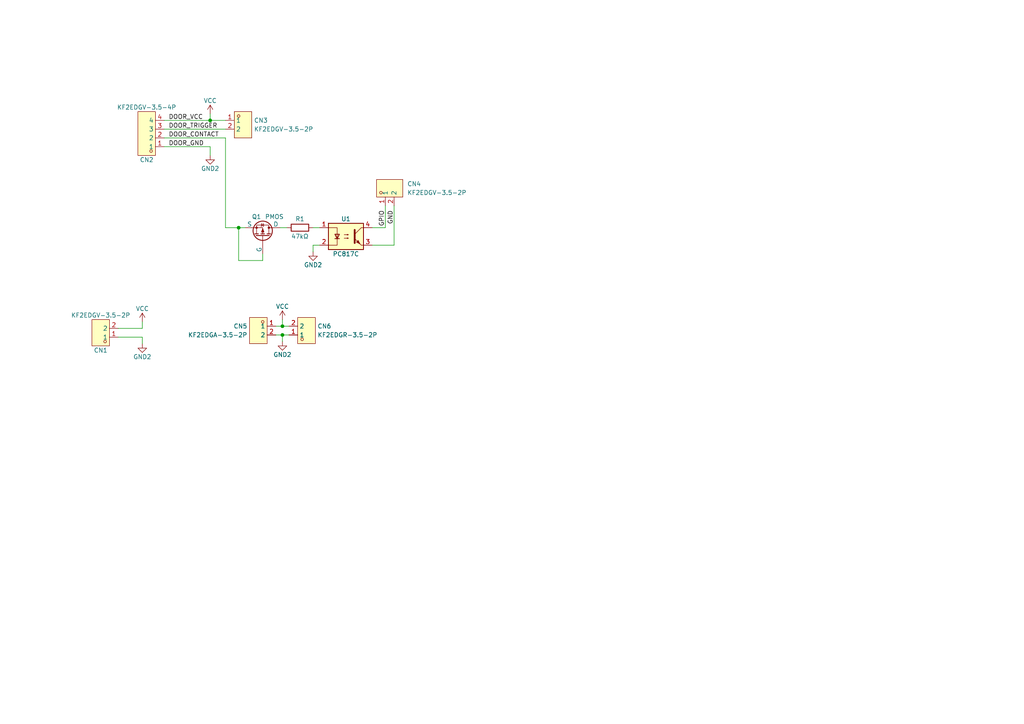
<source format=kicad_sch>
(kicad_sch (version 20230121) (generator eeschema)
  (paper "A4")
  (lib_symbols
    (symbol "Device:R" (pin_numbers hide) (pin_names (offset 0))
      (property "Reference" "R" (at 2.032 0 90))
      (property "Value" "R" (at 0 0 90))
      (symbol "R_0_1"
        (rectangle (start -1.016 -2.54) (end 1.016 2.54) (stroke (width 0.254)))
      )
      (symbol "R_1_1"
        (pin passive line (at 0 3.81 270) (length 1.27) (name "~") (number "1"))
        (pin passive line (at 0 -3.81 90) (length 1.27) (name "~") (number "2"))
      )
    )
    (symbol "Simulation_SPICE:PMOS" (pin_numbers hide) (pin_names (offset 0))
      (property "Reference" "Q" (at 5.08 1.27 0))
      (property "Value" "PMOS" (at 5.08 -1.27 0))
      (symbol "PMOS_0_1"
        (polyline (pts (xy 0.254 0) (xy -2.54 0)))
        (polyline (pts (xy 0.254 1.905) (xy 0.254 -1.905)) (stroke (width 0.254)))
        (polyline (pts (xy 0.762 -1.27) (xy 0.762 -2.286)) (stroke (width 0.254)))
        (polyline (pts (xy 0.762 0.508) (xy 0.762 -0.508)) (stroke (width 0.254)))
        (polyline (pts (xy 0.762 2.286) (xy 0.762 1.27)) (stroke (width 0.254)))
        (polyline (pts (xy 2.54 2.54) (xy 2.54 1.778)))
        (polyline (pts (xy 2.54 -2.54) (xy 2.54 0) (xy 0.762 0)))
        (polyline (pts (xy 0.762 1.778) (xy 3.302 1.778) (xy 3.302 -1.778) (xy 0.762 -1.778)))
        (polyline (pts (xy 2.286 0) (xy 1.27 0.381) (xy 1.27 -0.381) (xy 2.286 0)) (fill (type outline)))
        (polyline (pts (xy 2.794 -0.508) (xy 2.921 -0.381) (xy 3.683 -0.381) (xy 3.81 -0.254)))
        (polyline (pts (xy 3.302 -0.381) (xy 2.921 0.254) (xy 3.683 0.254) (xy 3.302 -0.381)))
        (circle (center 1.651 0) (radius 2.794) (stroke (width 0.254)))
        (circle (center 2.54 -1.778) (radius 0.254) (fill (type outline)))
        (circle (center 2.54 1.778) (radius 0.254) (fill (type outline)))
      )
      (symbol "PMOS_1_1"
        (pin passive line (at 2.54 5.08 270) (length 2.54) (name "D") (number "1"))
        (pin input line (at -5.08 0 0) (length 2.54) (name "G") (number "2"))
        (pin passive line (at 2.54 -5.08 90) (length 2.54) (name "S") (number "3"))
      )
    )
    (symbol "easyeda2kicad:KF2EDGR-3.5-2P"
      (property "Reference" "CN" (at 0 6.35 0))
      (property "Value" "KF2EDGR-3.5-2P" (at 0 -6.35 0))
      (symbol "KF2EDGR-3.5-2P_0_1"
        (rectangle (start -2.54 3.81) (end 2.54 -3.81) (fill (type background)))
        (circle (center -1.27 2.54) (radius 0.38))
        (pin unspecified line (at -5.08 1.27 0) (length 2.54) (name "1") (number "1"))
        (pin unspecified line (at -5.08 -1.27 0) (length 2.54) (name "2") (number "2"))
      )
    )
    (symbol "easyeda2kicad:KF2EDGV-3.5-2P"
      (property "Reference" "CN" (at 0 6.35 0))
      (property "Value" "KF2EDGV-3.5-2P" (at 0 -6.35 0))
      (symbol "KF2EDGV-3.5-2P_0_1"
        (rectangle (start -2.54 3.81) (end 2.54 -3.81) (fill (type background)))
        (circle (center -1.27 2.54) (radius 0.38))
      )
      (symbol "KF2EDGV-3.5-2P_1_1"
        (pin passive line (at -5.08 1.27 0) (length 2.54) (name "1") (number "1"))
        (pin passive line (at -5.08 -1.27 0) (length 2.54) (name "2") (number "2"))
      )
    )
    (symbol "easyeda2kicad:KF2EDGV-3.5-4P"
      (property "Reference" "CN" (at 0 8.89 0))
      (property "Value" "KF2EDGV-3.5-4P" (at 0 -8.89 0))
      (symbol "KF2EDGV-3.5-4P_0_1"
        (rectangle (start -2.54 6.35) (end 2.54 -6.35) (fill (type background)))
        (circle (center -1.27 5.08) (radius 0.38))
      )
      (symbol "KF2EDGV-3.5-4P_1_1"
        (pin passive line (at -5.08 3.81 0) (length 2.54) (name "1") (number "1"))
        (pin passive line (at -5.08 1.27 0) (length 2.54) (name "2") (number "2"))
        (pin passive line (at -5.08 -1.27 0) (length 2.54) (name "3") (number "3"))
        (pin passive line (at -5.08 -3.81 0) (length 2.54) (name "4") (number "4"))
      )
    )
    (symbol "easyeda2kicad:PC817C_C3025164"
      (property "Reference" "U" (at 0 7.62 0))
      (property "Value" "PC817C_C3025164" (at 0 -7.62 0))
      (symbol "PC817C_C3025164_0_1"
        (rectangle (start -5.08 3.81) (end 5.08 -3.81) (stroke (width 0.254)) (fill (type background)))
        (polyline (pts (xy -3.175 -0.635) (xy -1.905 -0.635)) (stroke (width 0.254)))
        (polyline (pts (xy 2.54 0.635) (xy 4.445 2.54)))
        (polyline (pts (xy 4.445 -2.54) (xy 2.54 -0.635)) (fill (type outline)))
        (polyline (pts (xy 4.445 -2.54) (xy 5.08 -2.54)))
        (polyline (pts (xy 4.445 2.54) (xy 5.08 2.54)))
        (polyline (pts (xy -5.08 2.54) (xy -2.54 2.54) (xy -2.54 -0.635)))
        (polyline (pts (xy -2.54 -0.635) (xy -2.54 -2.54) (xy -5.08 -2.54)))
        (polyline (pts (xy 2.54 1.905) (xy 2.54 -1.905) (xy 2.54 -1.905)) (stroke (width 0.508)))
        (polyline (pts (xy -2.54 -0.635) (xy -3.175 0.635) (xy -1.905 0.635) (xy -2.54 -0.635)) (stroke (width 0.254)))
        (polyline (pts (xy -0.508 -0.508) (xy 0.762 -0.508) (xy 0.381 -0.635) (xy 0.381 -0.381) (xy 0.762 -0.508)))
        (polyline (pts (xy -0.508 0.508) (xy 0.762 0.508) (xy 0.381 0.381) (xy 0.381 0.635) (xy 0.762 0.508)))
        (polyline (pts (xy 3.048 -1.651) (xy 3.556 -1.143) (xy 4.064 -2.159) (xy 3.048 -1.651) (xy 3.048 -1.651)) (fill (type outline)))
      )
      (symbol "PC817C_C3025164_1_1"
        (pin passive line (at -7.62 2.54 0) (length 2.54) (name "~") (number "1"))
        (pin passive line (at -7.62 -2.54 0) (length 2.54) (name "~") (number "2"))
        (pin passive line (at 7.62 -2.54 180) (length 2.54) (name "~") (number "3"))
        (pin passive line (at 7.62 2.54 180) (length 2.54) (name "~") (number "4"))
      )
    )
    (symbol "power:GND2" (power) (pin_names (offset 0))
      (property "Value" "GND2" (at 0 -3.81 0))
      (symbol "GND2_0_1"
        (polyline (pts (xy 0 0) (xy 0 -1.27) (xy 1.27 -1.27) (xy 0 -2.54) (xy -1.27 -1.27) (xy 0 -1.27)))
      )
      (symbol "GND2_1_1"
        (pin power_in line (at 0 0 270) (length 0) hide (name "GND2") (number "1"))
      )
    )
    (symbol "power:VCC" (power) (pin_names (offset 0))
      (property "Value" "VCC" (at 0 3.81 0))
      (symbol "VCC_0_1"
        (polyline (pts (xy -0.762 1.27) (xy 0 2.54)))
        (polyline (pts (xy 0 0) (xy 0 2.54)))
        (polyline (pts (xy 0 2.54) (xy 0.762 1.27)))
      )
      (symbol "VCC_1_1"
        (pin power_in line (at 0 0 90) (length 0) hide (name "VCC") (number "1"))
      )
    )
  )
  (junction (at 81.915 94.615))
  (junction (at 81.915 97.155))
  (junction (at 60.96 34.925))
  (junction (at 69.215 66.04))
  (wire (pts (xy 90.805 71.12) (xy 90.805 73.025)))
  (wire (pts (xy 41.275 97.79) (xy 41.275 99.695)))
  (wire (pts (xy 92.71 71.12) (xy 90.805 71.12)))
  (wire (pts (xy 69.215 66.04) (xy 71.12 66.04)))
  (wire (pts (xy 34.29 95.25) (xy 41.275 95.25)))
  (wire (pts (xy 81.915 94.615) (xy 83.82 94.615)))
  (wire (pts (xy 81.915 97.155) (xy 83.82 97.155)))
  (wire (pts (xy 81.28 66.04) (xy 83.185 66.04)))
  (wire (pts (xy 60.96 33.02) (xy 60.96 34.925)))
  (wire (pts (xy 65.405 40.005) (xy 65.405 66.04)))
  (wire (pts (xy 34.29 97.79) (xy 41.275 97.79)))
  (wire (pts (xy 107.95 71.12) (xy 114.3 71.12)))
  (wire (pts (xy 60.96 34.925) (xy 65.405 34.925)))
  (wire (pts (xy 114.3 59.69) (xy 114.3 71.12)))
  (wire (pts (xy 47.625 42.545) (xy 60.96 42.545)))
  (wire (pts (xy 47.625 40.005) (xy 65.405 40.005)))
  (wire (pts (xy 65.405 66.04) (xy 69.215 66.04)))
  (wire (pts (xy 81.915 94.615) (xy 81.915 92.71)))
  (wire (pts (xy 69.215 66.04) (xy 69.215 75.565)))
  (wire (pts (xy 90.805 66.04) (xy 92.71 66.04)))
  (wire (pts (xy 69.215 75.565) (xy 76.2 75.565)))
  (wire (pts (xy 41.275 93.345) (xy 41.275 95.25)))
  (wire (pts (xy 80.01 94.615) (xy 81.915 94.615)))
  (wire (pts (xy 60.96 42.545) (xy 60.96 45.085)))
  (wire (pts (xy 81.915 97.155) (xy 81.915 99.06)))
  (wire (pts (xy 111.76 59.69) (xy 111.76 66.04)))
  (wire (pts (xy 47.625 37.465) (xy 65.405 37.465)))
  (wire (pts (xy 76.2 75.565) (xy 76.2 73.66)))
  (wire (pts (xy 80.01 97.155) (xy 81.915 97.155)))
  (wire (pts (xy 47.625 34.925) (xy 60.96 34.925)))
  (wire (pts (xy 107.95 66.04) (xy 111.76 66.04)))
  (label "GPIO" (at 111.76 60.96 270))
  (label "DOOR_GND" (at 48.895 42.545 0))
  (label "DOOR_CONTACT" (at 48.895 40.005 0))
  (label "DOOR_VCC" (at 48.895 34.925 0))
  (label "GND" (at 114.3 60.96 270))
  (label "DOOR_TRIGGER" (at 48.895 37.465 0))
  (symbol (lib_id "power:GND2") (at 41.275 99.695 0) (unit 1)
    (property "Reference" "#PWR03" (effects hide))
    (property "Value" "GND2" (at 41.275 103.505 0))
  )
  (symbol (lib_id "easyeda2kicad:PC817C_C3025164") (at 100.33 68.58 0) (unit 1)
    (property "Reference" "U1" (at 100.33 63.5 0))
    (property "Value" "PC817C" (at 100.33 73.66 0))
    (property "Footprint" "easyeda2kicad:OPTO-SMD-4_L4.6-W6.5-P2.54-LS10.3-TL" (effects hide))
    (property "LCSC Part" "C3025164" (effects hide))
  )
  (symbol (lib_id "power:VCC") (at 81.915 92.71 0) (unit 1)
    (property "Reference" "#PWR06" (effects hide))
    (property "Value" "VCC" (at 81.915 88.9 0))
  )
  (symbol (lib_id "easyeda2kicad:KF2EDGR-3.5-2P") (at 88.9 95.885 0) (mirror x) (unit 1)
    (property "Reference" "CN6" (at 92.075 94.615 0) (effects (justify left)))
    (property "Value" "KF2EDGR-3.5-2P" (at 92.075 97.155 0) (effects (justify left)))
    (property "Footprint" "easyeda2kicad:CONN-TH_2P-P3.50_KF2EDGR-3.5-2P" (effects hide))
    (property "Datasheet" "https://lcsc.com/product-detail/Pluggable-System-Terminal-Block_Cixi-Kefa-Elec-KF2EDGR-3-5-2P_C441171.html" (effects hide))
    (property "LCSC Part" "C441171" (effects hide))
  )
  (symbol (lib_id "Device:R") (at 86.995 66.04 90) (unit 1)
    (property "Reference" "R1" (at 86.995 63.5 90))
    (property "Value" "47kΩ" (at 86.995 68.58 90))
    (property "Footprint" "Resistor_SMD:R_0201_0603Metric" (effects hide))
    (property "LCSC Part" "C18164341" (effects hide))
  )
  (symbol (lib_id "power:GND2") (at 60.96 45.085 0) (unit 1)
    (property "Reference" "#PWR05" (effects hide))
    (property "Value" "GND2" (at 60.96 48.895 0))
  )
  (symbol (lib_id "easyeda2kicad:KF2EDGV-3.5-2P") (at 74.93 95.885 0) (mirror y) (unit 1)
    (property "Reference" "CN5" (at 71.755 94.615 0) (effects (justify left)))
    (property "Value" "KF2EDGA-3.5-2P" (at 71.755 97.155 0) (effects (justify left)))
    (property "Footprint" "easyeda2kicad:CONN-TH_2P_P3.50_KF2EDGA-3.5-2P" (effects hide))
    (property "Datasheet" "https://www.lcsc.com/product-detail/Pluggable-System-Terminal-Block_Cixi-Kefa-Elec-KF2EDGA-3-5-2P_C6394073.html" (effects hide))
    (property "LCSC Part" "C6394073" (effects hide))
  )
  (symbol (lib_id "easyeda2kicad:KF2EDGV-3.5-4P") (at 42.545 38.735 180) (unit 1)
    (property "Reference" "CN2" (at 42.545 46.355 0))
    (property "Value" "KF2EDGV-3.5-4P" (at 42.545 31.115 0))
    (property "Footprint" "easyeda2kicad:CONN-TH_4P-P3.50_KF2EDGV-3.5-4P" (effects hide))
    (property "Datasheet" "https://lcsc.com/product-detail/Pluggable-System-Terminal-Block_Cixi-Kefa-Elec-KF2EDGV-3-5-4P_C441323.html" (effects hide))
    (property "LCSC Part" "C441323" (effects hide))
  )
  (symbol (lib_id "power:VCC") (at 41.275 93.345 0) (unit 1)
    (property "Reference" "#PWR01" (effects hide))
    (property "Value" "VCC" (at 41.275 89.535 0))
  )
  (symbol (lib_id "power:VCC") (at 60.96 33.02 0) (unit 1)
    (property "Reference" "#PWR04" (effects hide))
    (property "Value" "VCC" (at 60.96 29.21 0))
  )
  (symbol (lib_id "easyeda2kicad:KF2EDGV-3.5-2P") (at 113.03 54.61 90) (unit 1)
    (property "Reference" "CN4" (at 118.11 53.34 90) (effects (justify right)))
    (property "Value" "KF2EDGV-3.5-2P" (at 118.11 55.88 90) (effects (justify right)))
    (property "Footprint" "easyeda2kicad:CONN-TH_2P_P3.50_KF2EDGV-3.5-2P" (effects hide))
    (property "Datasheet" "https://lcsc.com/product-detail/Pluggable-System-Terminal-Block_Cixi-Kefa-Elec-KF2EDGV-3-5-2P_C441321.html" (effects hide))
    (property "LCSC Part" "C441321" (effects hide))
  )
  (symbol (lib_id "easyeda2kicad:KF2EDGV-3.5-2P") (at 70.485 36.195 0) (unit 1)
    (property "Reference" "CN3" (at 73.66 34.925 0) (effects (justify left)))
    (property "Value" "KF2EDGV-3.5-2P" (at 73.66 37.465 0) (effects (justify left)))
    (property "Footprint" "easyeda2kicad:CONN-TH_2P_P3.50_KF2EDGV-3.5-2P" (effects hide))
    (property "Datasheet" "https://lcsc.com/product-detail/Pluggable-System-Terminal-Block_Cixi-Kefa-Elec-KF2EDGV-3-5-2P_C441321.html" (effects hide))
    (property "LCSC Part" "C441321" (effects hide))
  )
  (symbol (lib_id "easyeda2kicad:KF2EDGV-3.5-2P") (at 29.21 96.52 180) (unit 1)
    (property "Reference" "CN1" (at 29.21 101.6 0))
    (property "Value" "KF2EDGV-3.5-2P" (at 29.21 91.44 0))
    (property "Footprint" "easyeda2kicad:CONN-TH_2P_P3.50_KF2EDGV-3.5-2P" (effects hide))
    (property "Datasheet" "https://lcsc.com/product-detail/Pluggable-System-Terminal-Block_Cixi-Kefa-Elec-KF2EDGV-3-5-2P_C441321.html" (effects hide))
    (property "LCSC Part" "C441321" (effects hide))
  )
  (symbol (lib_id "power:GND2") (at 81.915 99.06 0) (unit 1)
    (property "Reference" "#PWR07" (effects hide))
    (property "Value" "GND2" (at 81.915 102.87 0))
  )
  (symbol (lib_id "Simulation_SPICE:PMOS") (at 76.2 68.58 270) (mirror x) (unit 1)
    (property "Reference" "Q1" (at 73.025 62.865 90) (effects (justify left)))
    (property "Value" "PMOS" (at 76.835 62.865 90) (effects (justify left)))
    (property "Footprint" "easyeda2kicad:X1-DFN1006-3_L1.0-W0.6-P0.35-BR" (effects hide))
    (property "Datasheet" "https://ngspice.sourceforge.io/docs/ngspice-manual.pdf" (effects hide))
    (property "Sim.Device" "PMOS" (effects hide))
    (property "Sim.Type" "VDMOS" (effects hide))
    (property "Sim.Pins" "1=D 2=G 3=S" (effects hide))
    (property "LCSC Part" "C3282097" (effects hide))
  )
  (symbol (lib_id "power:GND2") (at 90.805 73.025 0) (unit 1)
    (property "Reference" "#PWR02" (effects hide))
    (property "Value" "GND2" (at 90.805 76.835 0))
  )
)
</source>
